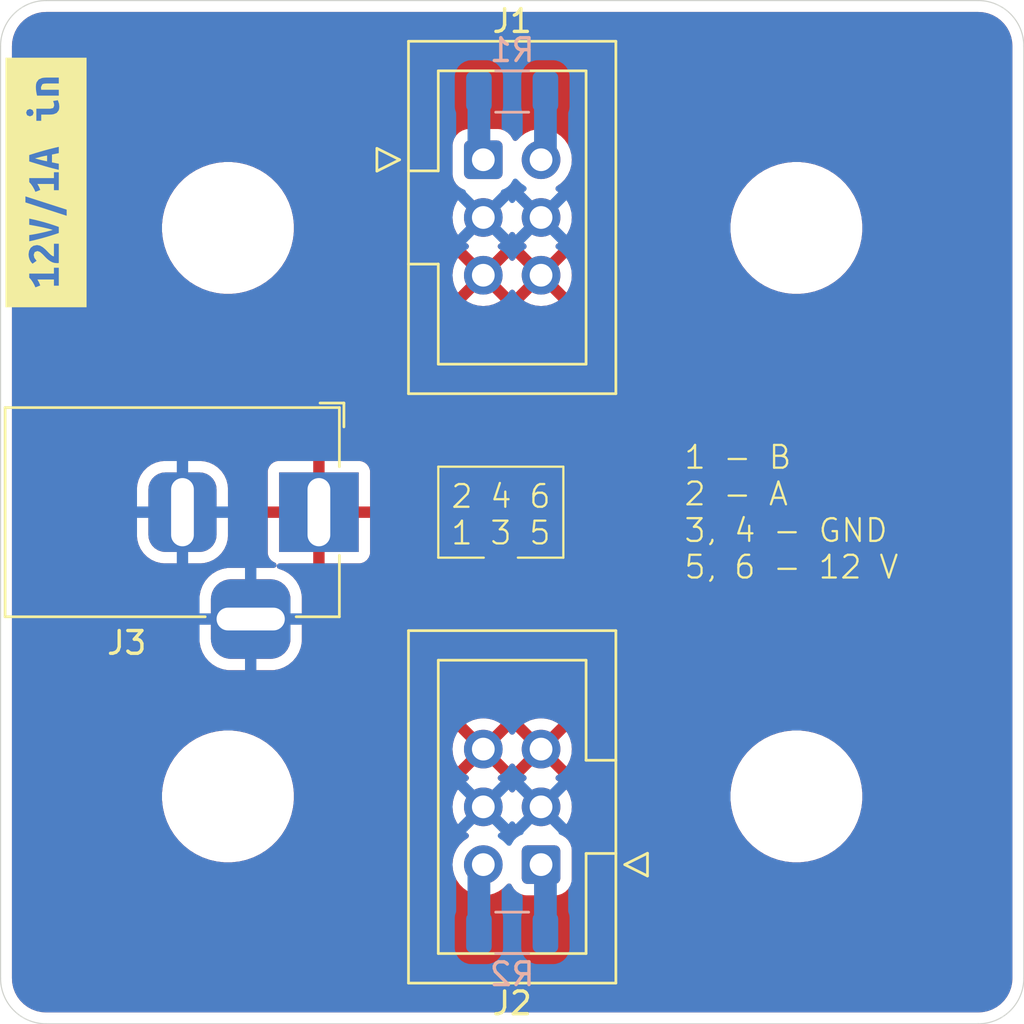
<source format=kicad_pcb>
(kicad_pcb (version 20240108) (generator "pcbnew") (generator_version "8.0")
  (layers (0 "F.Cu" signal) (31 "B.Cu" signal) (34 "B.Paste" user) (35 "F.Paste" user) (36 "B.SilkS" user "B.Silkscreen") (37 "F.SilkS" user "F.Silkscreen") (38 "B.Mask" user) (39 "F.Mask" user) (44 "Edge.Cuts" user))
  (net 0 "")
  (net 1 "GND")
  (net 2 "Net-(J1-Pin_2)")
  (net 3 "Net-(J1-Pin_1)")
  (net 4 "+12V")
  (net 5 "Net-(J2-Pin_1)")
  (net 6 "Net-(J2-Pin_2)")
  (footprint "MountingHole:MountingHole_5.3mm_M5" (layer "F.Cu") (at 125 100)
    (property "Reference" "H3" (hide yes))
    (property "Value" "MountingHole" (hide yes))
    (pad "" np_thru_hole circle (at 0 0) (size 5.3 5.3) (drill 5.3) (layers "*.Cu" "*.Mask"))
  )
  (footprint "MountingHole:MountingHole_5.3mm_M5" (layer "F.Cu") (at 100 100)
    (property "Reference" "H2" (hide yes))
    (property "Value" "MountingHole" (hide yes))
    (pad "" np_thru_hole circle (at 0 0) (size 5.3 5.3) (drill 5.3) (layers "*.Cu" "*.Mask"))
  )
  (footprint "MountingHole:MountingHole_5.3mm_M5" (layer "F.Cu") (at 125 125)
    (property "Reference" "H4" (hide yes))
    (property "Value" "MountingHole" (hide yes))
    (pad "" np_thru_hole circle (at 0 0) (size 5.3 5.3) (drill 5.3) (layers "*.Cu" "*.Mask"))
  )
  (footprint "MountingHole:MountingHole_5.3mm_M5" (layer "F.Cu") (at 100 125)
    (property "Reference" "H1" (hide yes))
    (property "Value" "MountingHole" (hide yes))
    (pad "" np_thru_hole circle (at 0 0) (size 5.3 5.3) (drill 5.3) (layers "*.Cu" "*.Mask"))
  )
  (footprint "Connector_IDC:IDC-Header_2x03_P2.54mm_Vertical" (layer "F.Cu") (at 111.23 97)
    (property "Reference" "J1" (at 1.27 -6.1 0) (layer "F.SilkS"))
    (property "Value" "Conn_02x03_Odd_Even" (hide yes))
    (fp_line (start -4.68 -0.5) (end -4.68 0.5) (stroke (width 0.12)) (layer "F.SilkS"))
    (fp_line (start -4.68 0.5) (end -3.68 0) (stroke (width 0.12)) (layer "F.SilkS"))
    (fp_line (start -3.68 0) (end -4.68 -0.5) (stroke (width 0.12)) (layer "F.SilkS"))
    (fp_line (start -3.29 -5.21) (end 5.83 -5.21) (stroke (width 0.12)) (layer "F.SilkS"))
    (fp_line (start -3.29 0.49) (end -1.98 0.49) (stroke (width 0.12)) (layer "F.SilkS"))
    (fp_line (start -3.29 10.29) (end -3.29 -5.21) (stroke (width 0.12)) (layer "F.SilkS"))
    (fp_line (start -1.98 -3.91) (end 4.52 -3.91) (stroke (width 0.12)) (layer "F.SilkS"))
    (fp_line (start -1.98 0.49) (end -1.98 -3.91) (stroke (width 0.12)) (layer "F.SilkS"))
    (fp_line (start -1.98 4.59) (end -3.29 4.59) (stroke (width 0.12)) (layer "F.SilkS"))
    (fp_line (start -1.98 4.59) (end -1.98 4.59) (stroke (width 0.12)) (layer "F.SilkS"))
    (fp_line (start -1.98 8.99) (end -1.98 4.59) (stroke (width 0.12)) (layer "F.SilkS"))
    (fp_line (start 4.52 -3.91) (end 4.52 8.99) (stroke (width 0.12)) (layer "F.SilkS"))
    (fp_line (start 4.52 8.99) (end -1.98 8.99) (stroke (width 0.12)) (layer "F.SilkS"))
    (fp_line (start 5.83 -5.21) (end 5.83 10.29) (stroke (width 0.12)) (layer "F.SilkS"))
    (fp_line (start 5.83 10.29) (end -3.29 10.29) (stroke (width 0.12)) (layer "F.SilkS"))
    (pad "1" thru_hole roundrect (at 0 0) (size 1.7 1.7) (drill 1) (layers "*.Cu" "*.Mask") (roundrect_rratio 0.147059) (net 3 "Net-(J1-Pin_1)"))
    (pad "2" thru_hole circle (at 2.54 0) (size 1.7 1.7) (drill 1) (layers "*.Cu" "*.Mask") (net 2 "Net-(J1-Pin_2)"))
    (pad "3" thru_hole circle (at 0 2.54) (size 1.7 1.7) (drill 1) (layers "*.Cu" "*.Mask") (net 1 "GND"))
    (pad "4" thru_hole circle (at 2.54 2.54) (size 1.7 1.7) (drill 1) (layers "*.Cu" "*.Mask") (net 1 "GND"))
    (pad "5" thru_hole circle (at 0 5.08) (size 1.7 1.7) (drill 1) (layers "*.Cu" "*.Mask") (net 4 "+12V"))
    (pad "6" thru_hole circle (at 2.54 5.08) (size 1.7 1.7) (drill 1) (layers "*.Cu" "*.Mask") (net 4 "+12V"))
  )
  (footprint "kibuzzard-66804287" (layer "F.Cu") (at 92 98 90)
    (property "Reference" "kibuzzard-66804287" (hide yes))
    (property "Value" "G***" (hide yes))
    (fp_poly (pts (xy 1.059532 -0.487237) (xy 1.020679 -0.347577) (xy 0.987076 -0.217367) (xy 0.957674 -0.088207) (xy 0.931422 0.046204) (xy 1.185541 0.046204) (xy 1.160339 -0.088207) (xy 1.131987 -0.217367) (xy 1.098384 -0.347577) (xy 1.059532 -0.487237)) (fill solid) (layer "F.SilkS"))
    (fp_poly (pts (xy -4.613005 -1.782337) (xy -5.488072 -1.782337) (xy -5.488072 1.782337) (xy -4.613005 1.782337) (xy -3.749838 1.782337) (xy -3.749838 0.560743) (xy -4.539499 0.560743) (xy -4.539499 0.346527) (xy -4.266478 0.346527) (xy -4.266478 -0.380129) (xy -4.400889 -0.305574) (xy -4.528998 -0.25412) (xy -4.613005 -0.468336) (xy -4.503796 -0.51664) (xy -4.386187 -0.581745) (xy -4.274879 -0.657351) (xy -4.184572 -0.739257) (xy -4.008158 -0.739257) (xy -4.008158 0.346527) (xy -3.749838 0.346527) (xy -3.749838 0.560743) (xy -3.749838 1.782337) (xy -2.693457 1.782337) (xy -2.693457 0.560743) (xy -3.541922 0.560743) (xy -3.547173 0.508239) (xy -3.546123 0.464136) (xy -3.53641 0.363328) (xy -3.50727 0.270921) (xy -3.463166 0.186127) (xy -3.408562 0.108158) (xy -3.346607 0.036228) (xy -3.280452 -0.030452) (xy -3.214297 -0.093195) (xy -3.152342 -0.153312) (xy -3.053635 -0.266721) (xy -3.014782 -0.378029) (xy -3.063086 -0.500889) (xy -3.184895 -0.543942) (xy -3.313005 -0.51454) (xy -3.445315 -0.415832) (xy -3.573425 -0.596446) (xy -3.482855 -0.673102) (xy -3.37916 -0.726656) (xy -3.269164 -0.758158) (xy -3.159693 -0.768659) (xy -3.006381 -0.745557) (xy -2.876171 -0.676252) (xy -2.785864 -0.559693) (xy -2.752262 -0.396931) (xy -2.777464 -0.267771) (xy -2.844669 -0.147011) (xy -2.939176 -0.033603) (xy -3.046284 0.071405) (xy -3.109289 0.13126) (xy -3.176494 0.202666) (xy -3.230048 0.277221) (xy -3.2521 0.346527) (xy -2.693457 0.346527) (xy -2.693457 0.560743) (xy -2.693457 1.782337) (xy -2.223021 1.782337) (xy -2.223021 0.560743) (xy -2.275 0.406381) (xy -2.330129 0.233118) (xy -2.367232 0.111425) (xy -2.402935 -0.010034) (xy -2.437237 -0.13126) (xy -2.469673 -0.250153) (xy -2.499776 -0.364611) (xy -2.527544 -0.474637) (xy -2.562197 -0.621648) (xy -2.586349 -0.739257) (xy -2.313328 -0.739257) (xy -2.297577 -0.630311) (xy -2.275525 -0.505089) (xy -2.249011 -0.369628) (xy -2.219871 -0.229968) (xy -2.188368 -0.089257) (xy -2.154766 0.049354) (xy -2.120376 0.179826) (xy -2.086511 0.296123) (xy -2.052908 0.181401) (xy -2.019305 0.051454) (xy -1.986753 -0.087157) (xy -1.9563 -0.227868) (xy -1.927948 -0.367791) (xy -1.901696 -0.504039) (xy -1.878595 -0.630048) (xy -1.859693 -0.739257) (xy -1.588772 -0.739257) (xy -1.616862 -0.605897) (xy -1.650727 -0.457835) (xy -1.690105 -0.298485) (xy -1.734733 -0.13126) (xy -1.767286 -0.016451) (xy -1.801939 0.099758) (xy -1.838691 0.217367) (xy -1.876961 0.334392) (xy -1.916164 0.448851) (xy -1.9563 0.560743) (xy -2.223021 0.560743) (xy -2.223021 1.782337) (xy -1.196042 1.782337) (xy -1.196042 0.90727) (xy -1.464863 0.90727) (xy -0.876817 -0.90727) (xy -0.612197 -0.90727) (xy -1.196042 0.90727) (xy -1.196042 1.782337) (xy 0.450485 1.782337) (xy 0.450485 0.560743) (xy -0.339176 0.560743) (xy -0.339176 0.346527) (xy -0.066155 0.346527) (xy -0.066155 -0.380129) (xy -0.200565 -0.305574) (xy -0.328675 -0.25412) (xy -0.412682 -0.468336) (xy -0.303473 -0.51664) (xy -0.185864 -0.581745) (xy -0.074556 -0.657351) (xy 0.015751 -0.739257) (xy 0.192165 -0.739257) (xy 0.192165 0.346527) (xy 0.450485 0.346527) (xy 0.450485 0.560743) (xy 0.450485 1.782337) (xy 1.290549 1.782337) (xy 1.290549 0.560743) (xy 1.229645 0.26042) (xy 0.883118 0.26042) (xy 0.824313 0.560743) (xy 0.555493 0.560743) (xy 0.59254 0.409742) (xy 0.629754 0.2642) (xy 0.667137 0.12412) (xy 0.704688 -0.010501) (xy 0.742407 -0.139661) (xy 0.789267 -0.295663) (xy 0.835339 -0.447597) (xy 0.880624 -0.595461) (xy 0.925121 -0.739257) (xy 1.206543 -0.739257) (xy 1.252681 -0.59428) (xy 1.298687 -0.444972) (xy 1.344563 -0.291332) (xy 1.390307 -0.13336) (xy 1.42664 -0.003108) (xy 1.462553 0.131428) (xy 1.498045 0.270249) (xy 1.533118 0.413354) (xy 1.567771 0.560743) (xy 1.290549 0.560743) (xy 1.290549 1.782337) (xy 3.338207 1.782337) (xy 3.338207 0.583845) (xy 3.245537 0.576494) (xy 3.169144 0.554443) (xy 3.059935 0.469386) (xy 3.002181 0.333926) (xy 2.98958 0.248344) (xy 2.98538 0.151212) (xy 2.98538 -0.212116) (xy 2.712359 -0.212116) (xy 2.712359 -0.426333) (xy 3.069386 -0.426333) (xy 3.069386 -0.546042) (xy 2.954927 -0.590145) (xy 2.907674 -0.709855) (xy 2.954927 -0.831664) (xy 3.069386 -0.875767) (xy 3.184895 -0.831664) (xy 3.233199 -0.709855) (xy 3.184895 -0.590145) (xy 3.069386 -0.546042) (xy 3.069386 -0.426333) (xy 3.2437 -0.426333) (xy 3.2437 0.184814) (xy 3.276252 0.316074) (xy 3.38441 0.359128) (xy 3.470517 0.349677) (xy 3.583926 0.310824) (xy 3.617528 0.51874) (xy 3.467367 0.570194) (xy 3.338207 0.583845) (xy 3.338207 1.782337) (xy 4.613005 1.782337) (xy 4.613005 0.560743) (xy 4.354685 0.560743) (xy 4.354685 0.037803) (xy 4.346809 -0.081381) (xy 4.323183 -0.161712) (xy 4.195073 -0.222617) (xy 4.137318 -0.220517) (xy 4.077464 -0.214216) (xy 4.077464 0.560743) (xy 3.819144 0.560743) (xy 3.819144 -0.39483) (xy 3.896587 -0.413207) (xy 3.990307 -0.430533) (xy 4.096628 -0.443134) (xy 4.211874 -0.447334) (xy 4.319507 -0.439196) (xy 4.407189 -0.414782) (xy 4.530048 -0.322375) (xy 4.594103 -0.179564) (xy 4.608279 -0.092145) (xy 4.613005 0.0042) (xy 4.613005 0.560743) (xy 4.613005 1.782337) (xy 5.488072 1.782337) (xy 5.488072 -1.782337) (xy 4.613005 -1.782337) (xy -4.613005 -1.782337)) (fill solid) (layer "F.SilkS"))
  )
  (footprint "Connector_BarrelJack:BarrelJack_Horizontal" (layer "F.Cu") (at 104 112.5)
    (property "Reference" "J3" (at -8.45 5.75 0) (layer "F.SilkS"))
    (property "Value" "Barrel_Jack_Switch" (hide yes))
    (fp_line (start -13.8 -4.6) (end 0.9 -4.6) (stroke (width 0.12)) (layer "F.SilkS"))
    (fp_line (start -13.8 4.6) (end -13.8 -4.6) (stroke (width 0.12)) (layer "F.SilkS"))
    (fp_line (start -5 4.6) (end -13.8 4.6) (stroke (width 0.12)) (layer "F.SilkS"))
    (fp_line (start 0.05 -4.8) (end 1.1 -4.8) (stroke (width 0.12)) (layer "F.SilkS"))
    (fp_line (start 0.9 -4.6) (end 0.9 -2) (stroke (width 0.12)) (layer "F.SilkS"))
    (fp_line (start 0.9 1.9) (end 0.9 4.6) (stroke (width 0.12)) (layer "F.SilkS"))
    (fp_line (start 0.9 4.6) (end -1 4.6) (stroke (width 0.12)) (layer "F.SilkS"))
    (fp_line (start 1.1 -3.75) (end 1.1 -4.8) (stroke (width 0.12)) (layer "F.SilkS"))
    (pad "1" thru_hole rect (at 0 0) (size 3.5 3.5) (drill oval 1 3) (layers "*.Cu" "*.Mask") (net 4 "+12V"))
    (pad "2" thru_hole roundrect (at -6 0) (size 3 3.5) (drill oval 1 3) (layers "*.Cu" "*.Mask") (net 1 "GND"))
    (pad "3" thru_hole roundrect (at -3 4.7) (size 3.5 3.5) (drill oval 3 1) (layers "*.Cu" "*.Mask") (net 1 "GND"))
  )
  (footprint "Connector_IDC:IDC-Header_2x03_P2.54mm_Vertical" (layer "F.Cu") (at 113.77 128 180)
    (property "Reference" "J2" (at 1.27 -6.1 0) (layer "F.SilkS"))
    (property "Value" "Conn_02x03_Odd_Even" (hide yes))
    (fp_line (start 5.83 10.29) (end -3.29 10.29) (stroke (width 0.12)) (layer "F.SilkS"))
    (fp_line (start 5.83 -5.21) (end 5.83 10.29) (stroke (width 0.12)) (layer "F.SilkS"))
    (fp_line (start 4.52 8.99) (end -1.98 8.99) (stroke (width 0.12)) (layer "F.SilkS"))
    (fp_line (start 4.52 -3.91) (end 4.52 8.99) (stroke (width 0.12)) (layer "F.SilkS"))
    (fp_line (start -1.98 8.99) (end -1.98 4.59) (stroke (width 0.12)) (layer "F.SilkS"))
    (fp_line (start -1.98 4.59) (end -1.98 4.59) (stroke (width 0.12)) (layer "F.SilkS"))
    (fp_line (start -1.98 4.59) (end -3.29 4.59) (stroke (width 0.12)) (layer "F.SilkS"))
    (fp_line (start -1.98 0.49) (end -1.98 -3.91) (stroke (width 0.12)) (layer "F.SilkS"))
    (fp_line (start -1.98 -3.91) (end 4.52 -3.91) (stroke (width 0.12)) (layer "F.SilkS"))
    (fp_line (start -3.29 10.29) (end -3.29 -5.21) (stroke (width 0.12)) (layer "F.SilkS"))
    (fp_line (start -3.29 0.49) (end -1.98 0.49) (stroke (width 0.12)) (layer "F.SilkS"))
    (fp_line (start -3.29 -5.21) (end 5.83 -5.21) (stroke (width 0.12)) (layer "F.SilkS"))
    (fp_line (start -3.68 0) (end -4.68 -0.5) (stroke (width 0.12)) (layer "F.SilkS"))
    (fp_line (start -4.68 0.5) (end -3.68 0) (stroke (width 0.12)) (layer "F.SilkS"))
    (fp_line (start -4.68 -0.5) (end -4.68 0.5) (stroke (width 0.12)) (layer "F.SilkS"))
    (pad "1" thru_hole roundrect (at 0 0 180) (size 1.7 1.7) (drill 1) (layers "*.Cu" "*.Mask") (roundrect_rratio 0.147059) (net 5 "Net-(J2-Pin_1)"))
    (pad "2" thru_hole circle (at 2.54 0 180) (size 1.7 1.7) (drill 1) (layers "*.Cu" "*.Mask") (net 6 "Net-(J2-Pin_2)"))
    (pad "3" thru_hole circle (at 0 2.54 180) (size 1.7 1.7) (drill 1) (layers "*.Cu" "*.Mask") (net 1 "GND"))
    (pad "4" thru_hole circle (at 2.54 2.54 180) (size 1.7 1.7) (drill 1) (layers "*.Cu" "*.Mask") (net 1 "GND"))
    (pad "5" thru_hole circle (at 0 5.08 180) (size 1.7 1.7) (drill 1) (layers "*.Cu" "*.Mask") (net 4 "+12V"))
    (pad "6" thru_hole circle (at 2.54 5.08 180) (size 1.7 1.7) (drill 1) (layers "*.Cu" "*.Mask") (net 4 "+12V"))
  )
  (footprint "Resistor_SMD:R_1206_3216Metric" (layer "B.Cu") (at 112.5 94 180)
    (property "Reference" "R1" (at 0 1.82 0) (layer "B.SilkS") (effects (justify mirror)))
    (property "Value" "120R")
    (fp_line (start 0.727064 0.91) (end -0.727064 0.91) (stroke (width 0.12)) (layer "B.SilkS"))
    (fp_line (start 0.727064 -0.91) (end -0.727064 -0.91) (stroke (width 0.12)) (layer "B.SilkS"))
    (pad "1" smd roundrect (at -1.4625 0 180) (size 1.125 1.75) (layers "B.Cu" "B.Paste" "B.Mask") (roundrect_rratio 0.222222) (net 2 "Net-(J1-Pin_2)"))
    (pad "2" smd roundrect (at 1.4625 0 180) (size 1.125 1.75) (layers "B.Cu" "B.Paste" "B.Mask") (roundrect_rratio 0.222222) (net 3 "Net-(J1-Pin_1)"))
  )
  (footprint "Resistor_SMD:R_1206_3216Metric" (layer "B.Cu") (at 112.5 131)
    (property "Reference" "R2" (at 0 1.82 0) (layer "B.SilkS") (effects (justify mirror)))
    (property "Value" "120R")
    (fp_line (start 0.727064 -0.91) (end -0.727064 -0.91) (stroke (width 0.12)) (layer "B.SilkS"))
    (fp_line (start 0.727064 0.91) (end -0.727064 0.91) (stroke (width 0.12)) (layer "B.SilkS"))
    (pad "1" smd roundrect (at -1.4625 0) (size 1.125 1.75) (layers "B.Cu" "B.Paste" "B.Mask") (roundrect_rratio 0.222222) (net 6 "Net-(J2-Pin_2)"))
    (pad "2" smd roundrect (at 1.4625 0) (size 1.125 1.75) (layers "B.Cu" "B.Paste" "B.Mask") (roundrect_rratio 0.222222) (net 5 "Net-(J2-Pin_1)"))
  )
  (gr_line (start 109.25 114.5) (end 109.25 110.5) (stroke (width 0.1)) (layer "F.SilkS"))
  (gr_line (start 111.25 114.5) (end 109.25 114.5) (stroke (width 0.1)) (layer "F.SilkS"))
  (gr_line (start 114.75 110.5) (end 114.75 114.5) (stroke (width 0.1)) (layer "F.SilkS"))
  (gr_line (start 114.75 114.5) (end 112.75 114.5) (stroke (width 0.1)) (layer "F.SilkS"))
  (gr_line (start 109.25 110.5) (end 114.75 110.5) (stroke (width 0.1)) (layer "F.SilkS"))
  (gr_arc (start 92 135) (mid 90.585786 134.414214) (end 90 133) (stroke (width 0.05)) (layer "Edge.Cuts"))
  (gr_line (start 133 135) (end 92 135) (stroke (width 0.05)) (layer "Edge.Cuts"))
  (gr_line (start 135 92) (end 135 133) (stroke (width 0.05)) (layer "Edge.Cuts"))
  (gr_line (start 90 133) (end 90 92) (stroke (width 0.05)) (layer "Edge.Cuts"))
  (gr_arc (start 133 90) (mid 134.414214 90.585786) (end 135 92) (stroke (width 0.05)) (layer "Edge.Cuts"))
  (gr_line (start 92 90) (end 133 90) (stroke (width 0.05)) (layer "Edge.Cuts"))
  (gr_arc (start 90 92) (mid 90.585786 90.585786) (end 92 90) (stroke (width 0.05)) (layer "Edge.Cuts"))
  (gr_arc (start 135 133) (mid 134.414214 134.414214) (end 133 135) (stroke (width 0.05)) (layer "Edge.Cuts"))
  (gr_text "2 4 6\n1 3 5" (at 109.75 114 0) (layer "F.SilkS") (effects (font (size 1 1) (thickness 0.1)) (justify left bottom)))
  (gr_text "1 - B\n2 - A\n3, 4 - GND\n5, 6 - 12 V" (at 120 115.5 0) (layer "F.SilkS") (effects (font (size 1 1) (thickness 0.1)) (justify left bottom)))
  (segment (start 113.9625 94) (end 113.9625 96.8075) (width 1) (layer "B.Cu") (net 2))
  (segment (start 113.9625 96.8075) (end 113.77 97) (width 1) (layer "B.Cu") (net 2))
  (segment (start 111.0375 94) (end 111.0375 96.8075) (width 1) (layer "B.Cu") (net 3))
  (segment (start 111.0375 96.8075) (end 111.23 97) (width 1) (layer "B.Cu") (net 3))
  (segment (start 113.9625 128.1925) (end 113.77 128) (width 1) (layer "B.Cu") (net 5))
  (segment (start 113.9625 131) (end 113.9625 128.1925) (width 1) (layer "B.Cu") (net 5))
  (segment (start 111.0375 128.1925) (end 111.23 128) (width 1) (layer "B.Cu") (net 6))
  (segment (start 111.0375 131) (end 111.0375 128.1925) (width 1) (layer "B.Cu") (net 6))
  (zone (net 4) (net_name "+12V") (layer "F.Cu") (connect_pads (clearance 0.5)) (min_thickness 0.25) (fill yes (thermal_gap 0.5) (thermal_bridge_width 0.5))
    (polygon (pts (xy 90 90) (xy 135 90) (xy 135 135) (xy 90 135)))
  )
  (zone (net 1) (net_name "GND") (layer "B.Cu") (priority 1) (connect_pads (clearance 0.5)) (min_thickness 0.25) (fill yes (thermal_gap 0.5) (thermal_bridge_width 0.5))
    (polygon (pts (xy 90 90) (xy 135 90) (xy 135 135) (xy 90 135)))
  )
)
</source>
